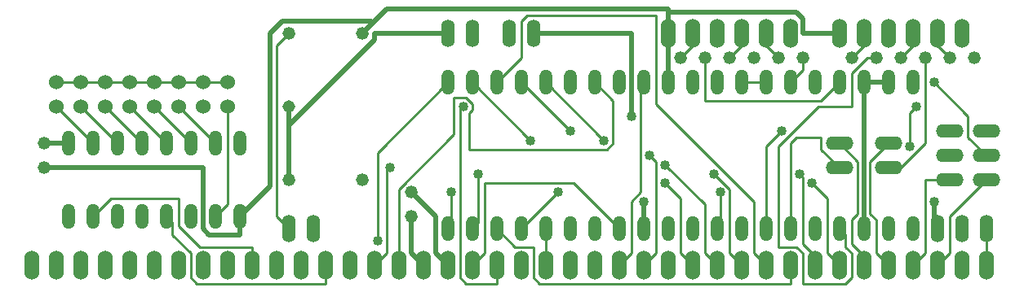
<source format=gbr>
G04 #@! TF.GenerationSoftware,KiCad,Pcbnew,5.1.2*
G04 #@! TF.CreationDate,2020-10-15T13:17:00+02:00*
G04 #@! TF.ProjectId,3365c1e53a7ea87593df0e5cd2596002,33333635-6331-4653-9533-613765613837,rev?*
G04 #@! TF.SameCoordinates,Original*
G04 #@! TF.FileFunction,Copper,L1,Top*
G04 #@! TF.FilePolarity,Positive*
%FSLAX46Y46*%
G04 Gerber Fmt 4.6, Leading zero omitted, Abs format (unit mm)*
G04 Created by KiCad (PCBNEW 5.1.2) date 2020-10-15 13:17:00*
%MOMM*%
%LPD*%
G04 APERTURE LIST*
%ADD10O,1.524000X3.048000*%
%ADD11C,1.524000*%
%ADD12C,1.320800*%
%ADD13O,1.422400X2.844800*%
%ADD14C,1.308000*%
%ADD15O,1.320800X2.641600*%
%ADD16O,2.844800X1.422400*%
%ADD17C,1.016000*%
%ADD18C,0.508000*%
%ADD19C,0.254000*%
G04 APERTURE END LIST*
D10*
X149301100Y-117698600D03*
X151841100Y-117698600D03*
X154381100Y-117698600D03*
X156921100Y-117698600D03*
X159461100Y-117698600D03*
X162001100Y-117698600D03*
X164541100Y-117698600D03*
X167081100Y-117698600D03*
X169621100Y-117698600D03*
X172161100Y-117698600D03*
X174701100Y-117698600D03*
X177241100Y-117698600D03*
X179781100Y-117698600D03*
X182321100Y-117698600D03*
X184861100Y-117698600D03*
X187401100Y-117698600D03*
X189941100Y-117698600D03*
X192481100Y-117698600D03*
X195021100Y-117698600D03*
X197561100Y-117698600D03*
X103581100Y-117698600D03*
X98501100Y-117698600D03*
X101041100Y-117698600D03*
X106121100Y-117698600D03*
X108661100Y-117698600D03*
X111201100Y-117698600D03*
X113741100Y-117698600D03*
X116281100Y-117698600D03*
X118821100Y-117698600D03*
X121361100Y-117698600D03*
X123901100Y-117698600D03*
X126441100Y-117698600D03*
X128981100Y-117698600D03*
X131521100Y-117698600D03*
X134061100Y-117698600D03*
X136601100Y-117698600D03*
X139141100Y-117698600D03*
X141681100Y-117698600D03*
X144221100Y-117698600D03*
X146761100Y-117698600D03*
D11*
X101041100Y-101188600D03*
X103581100Y-101188600D03*
X101041100Y-98648600D03*
X103581100Y-98648600D03*
X106121100Y-101188600D03*
X108661100Y-101188600D03*
X111201100Y-101188600D03*
X113741100Y-101188600D03*
X116281100Y-101188600D03*
X118821100Y-101188600D03*
X106121100Y-98648600D03*
X108661100Y-98648600D03*
X111201100Y-98648600D03*
X113741100Y-98648600D03*
X116281100Y-98648600D03*
X118821100Y-98648600D03*
D10*
X195021100Y-93568600D03*
X192481100Y-93568600D03*
X189941100Y-93568600D03*
X187401100Y-93568600D03*
X184861100Y-93568600D03*
X182321100Y-93568600D03*
D12*
X183591100Y-96108600D03*
X186131100Y-96108600D03*
X188671100Y-96108600D03*
X191211100Y-96108600D03*
X193751100Y-96108600D03*
X196291100Y-96108600D03*
X125171100Y-108808600D03*
X125171100Y-93568600D03*
X132791100Y-93568600D03*
X132791100Y-108808600D03*
X99771100Y-107538600D03*
X99771100Y-104998600D03*
D13*
X127711100Y-113888600D03*
X125171100Y-113888600D03*
X148031100Y-93568600D03*
X150571100Y-93568600D03*
D14*
X125171100Y-101188600D03*
D10*
X177241100Y-93568600D03*
X174701100Y-93568600D03*
X172161100Y-93568600D03*
X169621100Y-93568600D03*
X167081100Y-93568600D03*
X164541100Y-93568600D03*
D12*
X165811100Y-96108600D03*
X168351100Y-96108600D03*
X170891100Y-96108600D03*
X173431100Y-96108600D03*
X175971100Y-96108600D03*
X178511100Y-96108600D03*
D13*
X141681100Y-93568600D03*
X144221100Y-93568600D03*
D12*
X137871100Y-112618600D03*
X137871100Y-110078600D03*
D15*
X141681100Y-98648600D03*
X144221100Y-98648600D03*
X146761100Y-98648600D03*
X149301100Y-98648600D03*
X151841100Y-98648600D03*
X154381100Y-98648600D03*
X156921100Y-98648600D03*
X159461100Y-98648600D03*
X162001100Y-98648600D03*
X164541100Y-98648600D03*
X167081100Y-98648600D03*
X169621100Y-98648600D03*
X172161100Y-98648600D03*
X174701100Y-98648600D03*
X177241100Y-98648600D03*
X179781100Y-98648600D03*
X182321100Y-98648600D03*
X184861100Y-98648600D03*
X187401100Y-98648600D03*
X189941100Y-98648600D03*
X189941100Y-113888600D03*
X187401100Y-113888600D03*
X184861100Y-113888600D03*
X182321100Y-113888600D03*
X179781100Y-113888600D03*
X177241100Y-113888600D03*
X174701100Y-113888600D03*
X172161100Y-113888600D03*
X169621100Y-113888600D03*
X167081100Y-113888600D03*
X164541100Y-113888600D03*
X162001100Y-113888600D03*
X151841100Y-113888600D03*
X154381100Y-113888600D03*
X149301100Y-113888600D03*
X146761100Y-113888600D03*
X159461100Y-113888600D03*
X156921100Y-113888600D03*
X144221100Y-113888600D03*
X141681100Y-113888600D03*
D16*
X187401100Y-104998600D03*
X187401100Y-107538600D03*
X182321100Y-104998600D03*
X182321100Y-107538600D03*
D15*
X102311100Y-104998600D03*
X104851100Y-104998600D03*
X107391100Y-104998600D03*
X109931100Y-104998600D03*
X112471100Y-104998600D03*
X115011100Y-104998600D03*
X117551100Y-104998600D03*
X120091100Y-104998600D03*
X112471100Y-112618600D03*
X115011100Y-112618600D03*
X109931100Y-112618600D03*
X107391100Y-112618600D03*
X120091100Y-112618600D03*
X117551100Y-112618600D03*
X104851100Y-112618600D03*
X102311100Y-112618600D03*
D16*
X193751100Y-108808600D03*
X193751100Y-106268600D03*
X193751100Y-103728600D03*
X197561100Y-108808600D03*
X197561100Y-106268600D03*
X197561100Y-103728600D03*
D13*
X197561100Y-113888600D03*
X195021100Y-113888600D03*
X192481100Y-113888600D03*
D17*
X134378600Y-115158600D03*
X141998600Y-110078600D03*
X164223600Y-109126100D03*
X150253600Y-104681100D03*
X164223600Y-107221100D03*
X144856100Y-108173600D03*
X169303600Y-108173600D03*
X154381100Y-103728600D03*
X178193600Y-108173600D03*
X153111100Y-110078600D03*
X179463600Y-109126100D03*
X157873600Y-104681100D03*
X162636100Y-106268600D03*
X169938600Y-110078600D03*
X190258600Y-101188600D03*
X189623600Y-105316100D03*
X162001100Y-111031100D03*
X192163600Y-111031100D03*
X160731100Y-102141100D03*
X135648600Y-107538600D03*
X143268600Y-101188600D03*
X192163600Y-98648600D03*
X176288600Y-103728600D03*
D18*
X116281100Y-107538600D02*
X99771100Y-107538600D01*
X116281100Y-113888600D02*
X116281100Y-107538600D01*
X116916100Y-114523600D02*
X116281100Y-113888600D01*
X120091100Y-114523600D02*
X116916100Y-114523600D01*
X120091100Y-112618600D02*
X120091100Y-114523600D01*
X137871100Y-116428600D02*
X139141100Y-117698600D01*
X137871100Y-112618600D02*
X137871100Y-116428600D01*
X187401100Y-98648600D02*
X184861100Y-98648600D01*
X184861100Y-98648600D02*
X184861100Y-113888600D01*
X164541100Y-93568600D02*
X164541100Y-98648600D01*
X135331100Y-91028600D02*
X133902350Y-92457350D01*
X133902350Y-92457350D02*
X132791100Y-93568600D01*
X164541100Y-91028600D02*
X135331100Y-91028600D01*
X164541100Y-93568600D02*
X164541100Y-91346100D01*
X164541100Y-91346100D02*
X164541100Y-91028600D01*
X178511100Y-93568600D02*
X182321100Y-93568600D01*
X178511100Y-91981100D02*
X178511100Y-93568600D01*
X177876100Y-91346100D02*
X178511100Y-91981100D01*
X164541100Y-91346100D02*
X177876100Y-91346100D01*
X123266100Y-109443600D02*
X120091100Y-112618600D01*
X123266100Y-93568600D02*
X123266100Y-109443600D01*
X124536100Y-92298600D02*
X123266100Y-93568600D01*
X133743600Y-92298600D02*
X124536100Y-92298600D01*
X133743600Y-92298600D02*
X133902350Y-92457350D01*
D19*
X134378600Y-105951100D02*
X141681100Y-98648600D01*
X134378600Y-115158600D02*
X134378600Y-105951100D01*
X141998600Y-113571100D02*
X141681100Y-113888600D01*
X141998600Y-110078600D02*
X141998600Y-113571100D01*
X165811100Y-110713600D02*
X164223600Y-109126100D01*
X165811100Y-116428600D02*
X165811100Y-110713600D01*
X167081100Y-117698600D02*
X165811100Y-116428600D01*
X150253600Y-104681100D02*
X144221100Y-98648600D01*
X168351100Y-111348600D02*
X164223600Y-107221100D01*
X168351100Y-116428600D02*
X168351100Y-111348600D01*
X169621100Y-117698600D02*
X168351100Y-116428600D01*
X144856100Y-113253600D02*
X144221100Y-113888600D01*
X144856100Y-108173600D02*
X144856100Y-113253600D01*
X170891100Y-109761100D02*
X169303600Y-108173600D01*
X170891100Y-116428600D02*
X170891100Y-109761100D01*
X172161100Y-117698600D02*
X170891100Y-116428600D01*
X149301100Y-96108600D02*
X146761100Y-98648600D01*
X149301100Y-92298600D02*
X149301100Y-96108600D01*
X149936100Y-91663600D02*
X149301100Y-92298600D01*
X163271100Y-91663600D02*
X149936100Y-91663600D01*
X163271100Y-100871100D02*
X163271100Y-91663600D01*
X173431100Y-111031100D02*
X163271100Y-100871100D01*
X173431100Y-116428600D02*
X173431100Y-111031100D01*
X174701100Y-117698600D02*
X173431100Y-116428600D01*
X148666100Y-115793600D02*
X146761100Y-113888600D01*
X150571100Y-115793600D02*
X148666100Y-115793600D01*
X150571100Y-118968600D02*
X150571100Y-115793600D01*
X151206100Y-119603600D02*
X150571100Y-118968600D01*
X177241100Y-119603600D02*
X151206100Y-119603600D01*
X177241100Y-117698600D02*
X177241100Y-119603600D01*
X154381100Y-103728600D02*
X149301100Y-98648600D01*
X178511100Y-108491100D02*
X178193600Y-108173600D01*
X178511100Y-115476100D02*
X178511100Y-108491100D01*
X179781100Y-116746100D02*
X178511100Y-115476100D01*
X179781100Y-117698600D02*
X179781100Y-116746100D01*
X153111100Y-110078600D02*
X149301100Y-113888600D01*
X181051100Y-110713600D02*
X179463600Y-109126100D01*
X181051100Y-116428600D02*
X181051100Y-110713600D01*
X182321100Y-117698600D02*
X181051100Y-116428600D01*
X154698600Y-109126100D02*
X159461100Y-113888600D01*
X145491100Y-109126100D02*
X154698600Y-109126100D01*
X145491100Y-116428600D02*
X145491100Y-109126100D01*
X144221100Y-117698600D02*
X145491100Y-116428600D01*
X157873600Y-104681100D02*
X151841100Y-98648600D01*
X163271100Y-106903600D02*
X162636100Y-106268600D01*
X163271100Y-116428600D02*
X163271100Y-106903600D01*
X162001100Y-117698600D02*
X163271100Y-116428600D01*
X106756100Y-110713600D02*
X104851100Y-112618600D01*
X113741100Y-110713600D02*
X106756100Y-110713600D01*
X113741100Y-113571100D02*
X113741100Y-110713600D01*
X115963600Y-115793600D02*
X113741100Y-113571100D01*
X121361100Y-115793600D02*
X115963600Y-115793600D01*
X121361100Y-117698600D02*
X121361100Y-115793600D01*
X158826100Y-100553600D02*
X156921100Y-98648600D01*
X158826100Y-104998600D02*
X158826100Y-100553600D01*
X158191100Y-105633600D02*
X158826100Y-104998600D01*
X143903600Y-105633600D02*
X158191100Y-105633600D01*
X143903600Y-101823600D02*
X143903600Y-105633600D01*
X144221100Y-101506100D02*
X143903600Y-101823600D01*
X144221100Y-100871100D02*
X144221100Y-101506100D01*
X143586100Y-100236100D02*
X144221100Y-100871100D01*
X142316100Y-100236100D02*
X143586100Y-100236100D01*
X142316100Y-104046100D02*
X142316100Y-100236100D01*
X136601100Y-109761100D02*
X142316100Y-104046100D01*
X136601100Y-117698600D02*
X136601100Y-109761100D01*
X103581100Y-98648600D02*
X101041100Y-98648600D01*
X103581100Y-98648600D02*
X106121100Y-98648600D01*
X106121100Y-98648600D02*
X108661100Y-98648600D01*
X108661100Y-98648600D02*
X111201100Y-98648600D01*
X111201100Y-98648600D02*
X113741100Y-98648600D01*
X113741100Y-98648600D02*
X116281100Y-98648600D01*
X118821100Y-98648600D02*
X116281100Y-98648600D01*
X101041100Y-101188600D02*
X104851100Y-104998600D01*
X103581100Y-101188600D02*
X107391100Y-104998600D01*
X106121100Y-101188600D02*
X109931100Y-104998600D01*
X108661100Y-101188600D02*
X112471100Y-104998600D01*
X111201100Y-101188600D02*
X115011100Y-104998600D01*
X113741100Y-101188600D02*
X117551100Y-104998600D01*
X118821100Y-111348600D02*
X117551100Y-112618600D01*
X118821100Y-101188600D02*
X118821100Y-111348600D01*
X182956100Y-114523600D02*
X182321100Y-113888600D01*
X182956100Y-115793600D02*
X182956100Y-114523600D01*
X183591100Y-116428600D02*
X182956100Y-115793600D01*
X183591100Y-118968600D02*
X183591100Y-116428600D01*
X182956100Y-119603600D02*
X183591100Y-118968600D01*
X178511100Y-119603600D02*
X182956100Y-119603600D01*
X178511100Y-116428600D02*
X178511100Y-119603600D01*
X177876100Y-115793600D02*
X178511100Y-116428600D01*
X175971100Y-115793600D02*
X177876100Y-115793600D01*
X175971100Y-105316100D02*
X175971100Y-115793600D01*
X180098600Y-101188600D02*
X175971100Y-105316100D01*
X183591100Y-101188600D02*
X180098600Y-101188600D01*
X183591100Y-97696100D02*
X183591100Y-101188600D01*
X185178600Y-96108600D02*
X183591100Y-97696100D01*
X186131100Y-96108600D02*
X185178600Y-96108600D01*
X169938600Y-113571100D02*
X169621100Y-113888600D01*
X169938600Y-110078600D02*
X169938600Y-113571100D01*
X191211100Y-104998600D02*
X191211100Y-96108600D01*
X188671100Y-107538600D02*
X191211100Y-104998600D01*
X187401100Y-107538600D02*
X188671100Y-107538600D01*
X177241100Y-104998600D02*
X177241100Y-113888600D01*
X177876100Y-104363600D02*
X177241100Y-104998600D01*
X180416100Y-104363600D02*
X177876100Y-104363600D01*
X180416100Y-105633600D02*
X180416100Y-104363600D01*
X182321100Y-107538600D02*
X180416100Y-105633600D01*
X189623600Y-101823600D02*
X190258600Y-101188600D01*
X189623600Y-105316100D02*
X189623600Y-101823600D01*
X184861100Y-94838600D02*
X183591100Y-96108600D01*
X184861100Y-93568600D02*
X184861100Y-94838600D01*
X189941100Y-94838600D02*
X188671100Y-96108600D01*
X189941100Y-93568600D02*
X189941100Y-94838600D01*
X192481100Y-94838600D02*
X193751100Y-96108600D01*
X192481100Y-93568600D02*
X192481100Y-94838600D01*
D18*
X140411100Y-112618600D02*
X137871100Y-110078600D01*
X140411100Y-116428600D02*
X140411100Y-112618600D01*
X141681100Y-117698600D02*
X140411100Y-116428600D01*
X162001100Y-111031100D02*
X162001100Y-113888600D01*
X192163600Y-113571100D02*
X192481100Y-113888600D01*
X192163600Y-111031100D02*
X192163600Y-113571100D01*
X102311100Y-104998600D02*
X99771100Y-104998600D01*
X125171100Y-108808600D02*
X125171100Y-103093600D01*
X125171100Y-103093600D02*
X125171100Y-101188600D01*
X134061100Y-93568600D02*
X141681100Y-93568600D01*
X134061100Y-94203600D02*
X134061100Y-93568600D01*
X125171100Y-103093600D02*
X134061100Y-94203600D01*
D19*
X123901100Y-94838600D02*
X125171100Y-93568600D01*
X123901100Y-112618600D02*
X123901100Y-94838600D01*
X125171100Y-113888600D02*
X123901100Y-112618600D01*
D18*
X160731100Y-93568600D02*
X150571100Y-93568600D01*
X160731100Y-102141100D02*
X160731100Y-93568600D01*
D19*
X135331100Y-107856100D02*
X135648600Y-107538600D01*
X135331100Y-116428600D02*
X135331100Y-107856100D01*
X134061100Y-117698600D02*
X135331100Y-116428600D01*
X167081100Y-94838600D02*
X165811100Y-96108600D01*
X167081100Y-93568600D02*
X167081100Y-94838600D01*
X172161100Y-94838600D02*
X170891100Y-96108600D01*
X172161100Y-93568600D02*
X172161100Y-94838600D01*
X174701100Y-94838600D02*
X175971100Y-96108600D01*
X174701100Y-93568600D02*
X174701100Y-94838600D01*
X178511100Y-97378600D02*
X177241100Y-98648600D01*
X178511100Y-96108600D02*
X178511100Y-97378600D01*
X180416100Y-100553600D02*
X182321100Y-98648600D01*
X168351100Y-100553600D02*
X180416100Y-100553600D01*
X168351100Y-96108600D02*
X168351100Y-100553600D01*
X151841100Y-117698600D02*
X151841100Y-113888600D01*
X142951100Y-101506100D02*
X143268600Y-101188600D01*
X142951100Y-118968600D02*
X142951100Y-101506100D01*
X143586100Y-119603600D02*
X142951100Y-118968600D01*
X146761100Y-119603600D02*
X143586100Y-119603600D01*
X146761100Y-117698600D02*
X146761100Y-119603600D01*
X161683600Y-98966100D02*
X162001100Y-98648600D01*
X161683600Y-110078600D02*
X161683600Y-98966100D01*
X160731100Y-111031100D02*
X161683600Y-110078600D01*
X160731100Y-116428600D02*
X160731100Y-111031100D01*
X159461100Y-117698600D02*
X160731100Y-116428600D01*
X185496100Y-106903600D02*
X187401100Y-104998600D01*
X185496100Y-112301100D02*
X185496100Y-106903600D01*
X186131100Y-112936100D02*
X185496100Y-112301100D01*
X186131100Y-116428600D02*
X186131100Y-112936100D01*
X187401100Y-117698600D02*
X186131100Y-116428600D01*
X184226100Y-106903600D02*
X182321100Y-104998600D01*
X184226100Y-112301100D02*
X184226100Y-106903600D01*
X183591100Y-112936100D02*
X184226100Y-112301100D01*
X183591100Y-115476100D02*
X183591100Y-112936100D01*
X184861100Y-116746100D02*
X183591100Y-115476100D01*
X184861100Y-117698600D02*
X184861100Y-116746100D01*
X174701100Y-98648600D02*
X172161100Y-98648600D01*
X195656100Y-104363600D02*
X197561100Y-106268600D01*
X195656100Y-102141100D02*
X195656100Y-104363600D01*
X192163600Y-98648600D02*
X195656100Y-102141100D01*
X174701100Y-105316100D02*
X176288600Y-103728600D01*
X174701100Y-113888600D02*
X174701100Y-105316100D01*
X191211100Y-108808600D02*
X193751100Y-108808600D01*
X191211100Y-116428600D02*
X191211100Y-108808600D01*
X189941100Y-117698600D02*
X191211100Y-116428600D01*
X193751100Y-112618600D02*
X197561100Y-108808600D01*
X193751100Y-116428600D02*
X193751100Y-112618600D01*
X192481100Y-117698600D02*
X193751100Y-116428600D01*
X197561100Y-117698600D02*
X197561100Y-113888600D01*
X113106100Y-113253600D02*
X112471100Y-112618600D01*
X113106100Y-114523600D02*
X113106100Y-113253600D01*
X115011100Y-116428600D02*
X113106100Y-114523600D01*
X115011100Y-118968600D02*
X115011100Y-116428600D01*
X115646100Y-119603600D02*
X115011100Y-118968600D01*
X128981100Y-119603600D02*
X115646100Y-119603600D01*
X128981100Y-117698600D02*
X128981100Y-119603600D01*
M02*

</source>
